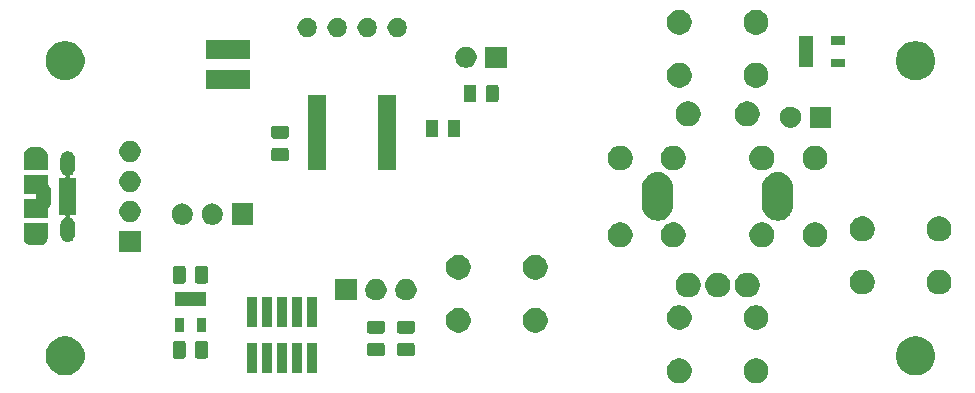
<source format=gbr>
G04 #@! TF.GenerationSoftware,KiCad,Pcbnew,(5.1.5)-3*
G04 #@! TF.CreationDate,2020-06-28T21:27:23-04:00*
G04 #@! TF.ProjectId,V0_Display,56305f44-6973-4706-9c61-792e6b696361,rev?*
G04 #@! TF.SameCoordinates,Original*
G04 #@! TF.FileFunction,Soldermask,Bot*
G04 #@! TF.FilePolarity,Negative*
%FSLAX46Y46*%
G04 Gerber Fmt 4.6, Leading zero omitted, Abs format (unit mm)*
G04 Created by KiCad (PCBNEW (5.1.5)-3) date 2020-06-28 21:27:23*
%MOMM*%
%LPD*%
G04 APERTURE LIST*
%ADD10C,0.100000*%
G04 APERTURE END LIST*
D10*
G36*
X147976564Y-80889389D02*
G01*
X148167833Y-80968615D01*
X148167835Y-80968616D01*
X148339973Y-81083635D01*
X148486365Y-81230027D01*
X148601385Y-81402167D01*
X148680611Y-81593436D01*
X148721000Y-81796484D01*
X148721000Y-82003516D01*
X148680611Y-82206564D01*
X148641494Y-82301000D01*
X148601384Y-82397835D01*
X148486365Y-82569973D01*
X148339973Y-82716365D01*
X148167835Y-82831384D01*
X148167834Y-82831385D01*
X148167833Y-82831385D01*
X147976564Y-82910611D01*
X147773516Y-82951000D01*
X147566484Y-82951000D01*
X147363436Y-82910611D01*
X147172167Y-82831385D01*
X147172166Y-82831385D01*
X147172165Y-82831384D01*
X147000027Y-82716365D01*
X146853635Y-82569973D01*
X146738616Y-82397835D01*
X146698506Y-82301000D01*
X146659389Y-82206564D01*
X146619000Y-82003516D01*
X146619000Y-81796484D01*
X146659389Y-81593436D01*
X146738615Y-81402167D01*
X146853635Y-81230027D01*
X147000027Y-81083635D01*
X147172165Y-80968616D01*
X147172167Y-80968615D01*
X147363436Y-80889389D01*
X147566484Y-80849000D01*
X147773516Y-80849000D01*
X147976564Y-80889389D01*
G37*
G36*
X141476564Y-80889389D02*
G01*
X141667833Y-80968615D01*
X141667835Y-80968616D01*
X141839973Y-81083635D01*
X141986365Y-81230027D01*
X142101385Y-81402167D01*
X142180611Y-81593436D01*
X142221000Y-81796484D01*
X142221000Y-82003516D01*
X142180611Y-82206564D01*
X142141494Y-82301000D01*
X142101384Y-82397835D01*
X141986365Y-82569973D01*
X141839973Y-82716365D01*
X141667835Y-82831384D01*
X141667834Y-82831385D01*
X141667833Y-82831385D01*
X141476564Y-82910611D01*
X141273516Y-82951000D01*
X141066484Y-82951000D01*
X140863436Y-82910611D01*
X140672167Y-82831385D01*
X140672166Y-82831385D01*
X140672165Y-82831384D01*
X140500027Y-82716365D01*
X140353635Y-82569973D01*
X140238616Y-82397835D01*
X140198506Y-82301000D01*
X140159389Y-82206564D01*
X140119000Y-82003516D01*
X140119000Y-81796484D01*
X140159389Y-81593436D01*
X140238615Y-81402167D01*
X140353635Y-81230027D01*
X140500027Y-81083635D01*
X140672165Y-80968616D01*
X140672167Y-80968615D01*
X140863436Y-80889389D01*
X141066484Y-80849000D01*
X141273516Y-80849000D01*
X141476564Y-80889389D01*
G37*
G36*
X161545256Y-79041298D02*
G01*
X161651579Y-79062447D01*
X161952042Y-79186903D01*
X162222451Y-79367585D01*
X162452415Y-79597549D01*
X162539387Y-79727712D01*
X162633098Y-79867960D01*
X162757553Y-80168422D01*
X162821000Y-80487389D01*
X162821000Y-80812611D01*
X162757553Y-81131578D01*
X162645473Y-81402165D01*
X162633097Y-81432042D01*
X162452415Y-81702451D01*
X162222451Y-81932415D01*
X161952042Y-82113097D01*
X161651579Y-82237553D01*
X161545256Y-82258702D01*
X161332611Y-82301000D01*
X161007389Y-82301000D01*
X160794744Y-82258702D01*
X160688421Y-82237553D01*
X160387958Y-82113097D01*
X160117549Y-81932415D01*
X159887585Y-81702451D01*
X159706903Y-81432042D01*
X159694528Y-81402165D01*
X159582447Y-81131578D01*
X159519000Y-80812611D01*
X159519000Y-80487389D01*
X159582447Y-80168422D01*
X159706902Y-79867960D01*
X159800613Y-79727712D01*
X159887585Y-79597549D01*
X160117549Y-79367585D01*
X160387958Y-79186903D01*
X160688421Y-79062447D01*
X160794744Y-79041298D01*
X161007389Y-78999000D01*
X161332611Y-78999000D01*
X161545256Y-79041298D01*
G37*
G36*
X89545256Y-79041298D02*
G01*
X89651579Y-79062447D01*
X89952042Y-79186903D01*
X90222451Y-79367585D01*
X90452415Y-79597549D01*
X90539387Y-79727712D01*
X90633098Y-79867960D01*
X90757553Y-80168422D01*
X90821000Y-80487389D01*
X90821000Y-80812611D01*
X90757553Y-81131578D01*
X90645473Y-81402165D01*
X90633097Y-81432042D01*
X90452415Y-81702451D01*
X90222451Y-81932415D01*
X89952042Y-82113097D01*
X89651579Y-82237553D01*
X89545256Y-82258702D01*
X89332611Y-82301000D01*
X89007389Y-82301000D01*
X88794744Y-82258702D01*
X88688421Y-82237553D01*
X88387958Y-82113097D01*
X88117549Y-81932415D01*
X87887585Y-81702451D01*
X87706903Y-81432042D01*
X87694528Y-81402165D01*
X87582447Y-81131578D01*
X87519000Y-80812611D01*
X87519000Y-80487389D01*
X87582447Y-80168422D01*
X87706902Y-79867960D01*
X87800613Y-79727712D01*
X87887585Y-79597549D01*
X88117549Y-79367585D01*
X88387958Y-79186903D01*
X88688421Y-79062447D01*
X88794744Y-79041298D01*
X89007389Y-78999000D01*
X89332611Y-78999000D01*
X89545256Y-79041298D01*
G37*
G36*
X109261000Y-82101000D02*
G01*
X108419000Y-82101000D01*
X108419000Y-79599000D01*
X109261000Y-79599000D01*
X109261000Y-82101000D01*
G37*
G36*
X107991000Y-82101000D02*
G01*
X107149000Y-82101000D01*
X107149000Y-79599000D01*
X107991000Y-79599000D01*
X107991000Y-82101000D01*
G37*
G36*
X106721000Y-82101000D02*
G01*
X105879000Y-82101000D01*
X105879000Y-79599000D01*
X106721000Y-79599000D01*
X106721000Y-82101000D01*
G37*
G36*
X105451000Y-82101000D02*
G01*
X104609000Y-82101000D01*
X104609000Y-79599000D01*
X105451000Y-79599000D01*
X105451000Y-82101000D01*
G37*
G36*
X110531000Y-82101000D02*
G01*
X109689000Y-82101000D01*
X109689000Y-79599000D01*
X110531000Y-79599000D01*
X110531000Y-82101000D01*
G37*
G36*
X101084468Y-79383565D02*
G01*
X101123138Y-79395296D01*
X101158777Y-79414346D01*
X101190017Y-79439983D01*
X101215654Y-79471223D01*
X101234704Y-79506862D01*
X101246435Y-79545532D01*
X101251000Y-79591888D01*
X101251000Y-80668112D01*
X101246435Y-80714468D01*
X101234704Y-80753138D01*
X101215654Y-80788777D01*
X101190017Y-80820017D01*
X101158777Y-80845654D01*
X101123138Y-80864704D01*
X101084468Y-80876435D01*
X101038112Y-80881000D01*
X100386888Y-80881000D01*
X100340532Y-80876435D01*
X100301862Y-80864704D01*
X100266223Y-80845654D01*
X100234983Y-80820017D01*
X100209346Y-80788777D01*
X100190296Y-80753138D01*
X100178565Y-80714468D01*
X100174000Y-80668112D01*
X100174000Y-79591888D01*
X100178565Y-79545532D01*
X100190296Y-79506862D01*
X100209346Y-79471223D01*
X100234983Y-79439983D01*
X100266223Y-79414346D01*
X100301862Y-79395296D01*
X100340532Y-79383565D01*
X100386888Y-79379000D01*
X101038112Y-79379000D01*
X101084468Y-79383565D01*
G37*
G36*
X99209468Y-79383565D02*
G01*
X99248138Y-79395296D01*
X99283777Y-79414346D01*
X99315017Y-79439983D01*
X99340654Y-79471223D01*
X99359704Y-79506862D01*
X99371435Y-79545532D01*
X99376000Y-79591888D01*
X99376000Y-80668112D01*
X99371435Y-80714468D01*
X99359704Y-80753138D01*
X99340654Y-80788777D01*
X99315017Y-80820017D01*
X99283777Y-80845654D01*
X99248138Y-80864704D01*
X99209468Y-80876435D01*
X99163112Y-80881000D01*
X98511888Y-80881000D01*
X98465532Y-80876435D01*
X98426862Y-80864704D01*
X98391223Y-80845654D01*
X98359983Y-80820017D01*
X98334346Y-80788777D01*
X98315296Y-80753138D01*
X98303565Y-80714468D01*
X98299000Y-80668112D01*
X98299000Y-79591888D01*
X98303565Y-79545532D01*
X98315296Y-79506862D01*
X98334346Y-79471223D01*
X98359983Y-79439983D01*
X98391223Y-79414346D01*
X98426862Y-79395296D01*
X98465532Y-79383565D01*
X98511888Y-79379000D01*
X99163112Y-79379000D01*
X99209468Y-79383565D01*
G37*
G36*
X116074468Y-79566065D02*
G01*
X116113138Y-79577796D01*
X116148777Y-79596846D01*
X116180017Y-79622483D01*
X116205654Y-79653723D01*
X116224704Y-79689362D01*
X116236435Y-79728032D01*
X116241000Y-79774388D01*
X116241000Y-80425612D01*
X116236435Y-80471968D01*
X116224704Y-80510638D01*
X116205654Y-80546277D01*
X116180017Y-80577517D01*
X116148777Y-80603154D01*
X116113138Y-80622204D01*
X116074468Y-80633935D01*
X116028112Y-80638500D01*
X114951888Y-80638500D01*
X114905532Y-80633935D01*
X114866862Y-80622204D01*
X114831223Y-80603154D01*
X114799983Y-80577517D01*
X114774346Y-80546277D01*
X114755296Y-80510638D01*
X114743565Y-80471968D01*
X114739000Y-80425612D01*
X114739000Y-79774388D01*
X114743565Y-79728032D01*
X114755296Y-79689362D01*
X114774346Y-79653723D01*
X114799983Y-79622483D01*
X114831223Y-79596846D01*
X114866862Y-79577796D01*
X114905532Y-79566065D01*
X114951888Y-79561500D01*
X116028112Y-79561500D01*
X116074468Y-79566065D01*
G37*
G36*
X118614468Y-79566065D02*
G01*
X118653138Y-79577796D01*
X118688777Y-79596846D01*
X118720017Y-79622483D01*
X118745654Y-79653723D01*
X118764704Y-79689362D01*
X118776435Y-79728032D01*
X118781000Y-79774388D01*
X118781000Y-80425612D01*
X118776435Y-80471968D01*
X118764704Y-80510638D01*
X118745654Y-80546277D01*
X118720017Y-80577517D01*
X118688777Y-80603154D01*
X118653138Y-80622204D01*
X118614468Y-80633935D01*
X118568112Y-80638500D01*
X117491888Y-80638500D01*
X117445532Y-80633935D01*
X117406862Y-80622204D01*
X117371223Y-80603154D01*
X117339983Y-80577517D01*
X117314346Y-80546277D01*
X117295296Y-80510638D01*
X117283565Y-80471968D01*
X117279000Y-80425612D01*
X117279000Y-79774388D01*
X117283565Y-79728032D01*
X117295296Y-79689362D01*
X117314346Y-79653723D01*
X117339983Y-79622483D01*
X117371223Y-79596846D01*
X117406862Y-79577796D01*
X117445532Y-79566065D01*
X117491888Y-79561500D01*
X118568112Y-79561500D01*
X118614468Y-79566065D01*
G37*
G36*
X118614468Y-77691065D02*
G01*
X118653138Y-77702796D01*
X118688777Y-77721846D01*
X118720017Y-77747483D01*
X118745654Y-77778723D01*
X118764704Y-77814362D01*
X118776435Y-77853032D01*
X118781000Y-77899388D01*
X118781000Y-78550612D01*
X118776435Y-78596968D01*
X118764704Y-78635638D01*
X118745654Y-78671277D01*
X118720017Y-78702517D01*
X118688777Y-78728154D01*
X118653138Y-78747204D01*
X118614468Y-78758935D01*
X118568112Y-78763500D01*
X117491888Y-78763500D01*
X117445532Y-78758935D01*
X117406862Y-78747204D01*
X117371223Y-78728154D01*
X117339983Y-78702517D01*
X117314346Y-78671277D01*
X117295296Y-78635638D01*
X117283565Y-78596968D01*
X117279000Y-78550612D01*
X117279000Y-77899388D01*
X117283565Y-77853032D01*
X117295296Y-77814362D01*
X117314346Y-77778723D01*
X117339983Y-77747483D01*
X117371223Y-77721846D01*
X117406862Y-77702796D01*
X117445532Y-77691065D01*
X117491888Y-77686500D01*
X118568112Y-77686500D01*
X118614468Y-77691065D01*
G37*
G36*
X116074468Y-77691065D02*
G01*
X116113138Y-77702796D01*
X116148777Y-77721846D01*
X116180017Y-77747483D01*
X116205654Y-77778723D01*
X116224704Y-77814362D01*
X116236435Y-77853032D01*
X116241000Y-77899388D01*
X116241000Y-78550612D01*
X116236435Y-78596968D01*
X116224704Y-78635638D01*
X116205654Y-78671277D01*
X116180017Y-78702517D01*
X116148777Y-78728154D01*
X116113138Y-78747204D01*
X116074468Y-78758935D01*
X116028112Y-78763500D01*
X114951888Y-78763500D01*
X114905532Y-78758935D01*
X114866862Y-78747204D01*
X114831223Y-78728154D01*
X114799983Y-78702517D01*
X114774346Y-78671277D01*
X114755296Y-78635638D01*
X114743565Y-78596968D01*
X114739000Y-78550612D01*
X114739000Y-77899388D01*
X114743565Y-77853032D01*
X114755296Y-77814362D01*
X114774346Y-77778723D01*
X114799983Y-77747483D01*
X114831223Y-77721846D01*
X114866862Y-77702796D01*
X114905532Y-77691065D01*
X114951888Y-77686500D01*
X116028112Y-77686500D01*
X116074468Y-77691065D01*
G37*
G36*
X122781564Y-76634389D02*
G01*
X122972833Y-76713615D01*
X122972835Y-76713616D01*
X123144973Y-76828635D01*
X123291365Y-76975027D01*
X123406385Y-77147167D01*
X123485611Y-77338436D01*
X123526000Y-77541484D01*
X123526000Y-77748516D01*
X123485611Y-77951564D01*
X123406385Y-78142833D01*
X123406384Y-78142835D01*
X123291365Y-78314973D01*
X123144973Y-78461365D01*
X122972835Y-78576384D01*
X122972834Y-78576385D01*
X122972833Y-78576385D01*
X122781564Y-78655611D01*
X122578516Y-78696000D01*
X122371484Y-78696000D01*
X122168436Y-78655611D01*
X121977167Y-78576385D01*
X121977166Y-78576385D01*
X121977165Y-78576384D01*
X121805027Y-78461365D01*
X121658635Y-78314973D01*
X121543616Y-78142835D01*
X121543615Y-78142833D01*
X121464389Y-77951564D01*
X121424000Y-77748516D01*
X121424000Y-77541484D01*
X121464389Y-77338436D01*
X121543615Y-77147167D01*
X121658635Y-76975027D01*
X121805027Y-76828635D01*
X121977165Y-76713616D01*
X121977167Y-76713615D01*
X122168436Y-76634389D01*
X122371484Y-76594000D01*
X122578516Y-76594000D01*
X122781564Y-76634389D01*
G37*
G36*
X129281564Y-76634389D02*
G01*
X129472833Y-76713615D01*
X129472835Y-76713616D01*
X129644973Y-76828635D01*
X129791365Y-76975027D01*
X129906385Y-77147167D01*
X129985611Y-77338436D01*
X130026000Y-77541484D01*
X130026000Y-77748516D01*
X129985611Y-77951564D01*
X129906385Y-78142833D01*
X129906384Y-78142835D01*
X129791365Y-78314973D01*
X129644973Y-78461365D01*
X129472835Y-78576384D01*
X129472834Y-78576385D01*
X129472833Y-78576385D01*
X129281564Y-78655611D01*
X129078516Y-78696000D01*
X128871484Y-78696000D01*
X128668436Y-78655611D01*
X128477167Y-78576385D01*
X128477166Y-78576385D01*
X128477165Y-78576384D01*
X128305027Y-78461365D01*
X128158635Y-78314973D01*
X128043616Y-78142835D01*
X128043615Y-78142833D01*
X127964389Y-77951564D01*
X127924000Y-77748516D01*
X127924000Y-77541484D01*
X127964389Y-77338436D01*
X128043615Y-77147167D01*
X128158635Y-76975027D01*
X128305027Y-76828635D01*
X128477165Y-76713616D01*
X128477167Y-76713615D01*
X128668436Y-76634389D01*
X128871484Y-76594000D01*
X129078516Y-76594000D01*
X129281564Y-76634389D01*
G37*
G36*
X101101000Y-78636000D02*
G01*
X100349000Y-78636000D01*
X100349000Y-77474000D01*
X101101000Y-77474000D01*
X101101000Y-78636000D01*
G37*
G36*
X99201000Y-78636000D02*
G01*
X98449000Y-78636000D01*
X98449000Y-77474000D01*
X99201000Y-77474000D01*
X99201000Y-78636000D01*
G37*
G36*
X147976564Y-76389389D02*
G01*
X148167833Y-76468615D01*
X148167835Y-76468616D01*
X148339973Y-76583635D01*
X148486365Y-76730027D01*
X148601385Y-76902167D01*
X148680611Y-77093436D01*
X148721000Y-77296484D01*
X148721000Y-77503516D01*
X148680611Y-77706564D01*
X148619942Y-77853032D01*
X148601384Y-77897835D01*
X148486365Y-78069973D01*
X148339973Y-78216365D01*
X148167835Y-78331384D01*
X148167834Y-78331385D01*
X148167833Y-78331385D01*
X147976564Y-78410611D01*
X147773516Y-78451000D01*
X147566484Y-78451000D01*
X147363436Y-78410611D01*
X147172167Y-78331385D01*
X147172166Y-78331385D01*
X147172165Y-78331384D01*
X147000027Y-78216365D01*
X146853635Y-78069973D01*
X146738616Y-77897835D01*
X146720058Y-77853032D01*
X146659389Y-77706564D01*
X146619000Y-77503516D01*
X146619000Y-77296484D01*
X146659389Y-77093436D01*
X146738615Y-76902167D01*
X146853635Y-76730027D01*
X147000027Y-76583635D01*
X147172165Y-76468616D01*
X147172167Y-76468615D01*
X147363436Y-76389389D01*
X147566484Y-76349000D01*
X147773516Y-76349000D01*
X147976564Y-76389389D01*
G37*
G36*
X141476564Y-76389389D02*
G01*
X141667833Y-76468615D01*
X141667835Y-76468616D01*
X141839973Y-76583635D01*
X141986365Y-76730027D01*
X142101385Y-76902167D01*
X142180611Y-77093436D01*
X142221000Y-77296484D01*
X142221000Y-77503516D01*
X142180611Y-77706564D01*
X142119942Y-77853032D01*
X142101384Y-77897835D01*
X141986365Y-78069973D01*
X141839973Y-78216365D01*
X141667835Y-78331384D01*
X141667834Y-78331385D01*
X141667833Y-78331385D01*
X141476564Y-78410611D01*
X141273516Y-78451000D01*
X141066484Y-78451000D01*
X140863436Y-78410611D01*
X140672167Y-78331385D01*
X140672166Y-78331385D01*
X140672165Y-78331384D01*
X140500027Y-78216365D01*
X140353635Y-78069973D01*
X140238616Y-77897835D01*
X140220058Y-77853032D01*
X140159389Y-77706564D01*
X140119000Y-77503516D01*
X140119000Y-77296484D01*
X140159389Y-77093436D01*
X140238615Y-76902167D01*
X140353635Y-76730027D01*
X140500027Y-76583635D01*
X140672165Y-76468616D01*
X140672167Y-76468615D01*
X140863436Y-76389389D01*
X141066484Y-76349000D01*
X141273516Y-76349000D01*
X141476564Y-76389389D01*
G37*
G36*
X106721000Y-78201000D02*
G01*
X105879000Y-78201000D01*
X105879000Y-75699000D01*
X106721000Y-75699000D01*
X106721000Y-78201000D01*
G37*
G36*
X107991000Y-78201000D02*
G01*
X107149000Y-78201000D01*
X107149000Y-75699000D01*
X107991000Y-75699000D01*
X107991000Y-78201000D01*
G37*
G36*
X110531000Y-78201000D02*
G01*
X109689000Y-78201000D01*
X109689000Y-75699000D01*
X110531000Y-75699000D01*
X110531000Y-78201000D01*
G37*
G36*
X105451000Y-78201000D02*
G01*
X104609000Y-78201000D01*
X104609000Y-75699000D01*
X105451000Y-75699000D01*
X105451000Y-78201000D01*
G37*
G36*
X109261000Y-78201000D02*
G01*
X108419000Y-78201000D01*
X108419000Y-75699000D01*
X109261000Y-75699000D01*
X109261000Y-78201000D01*
G37*
G36*
X101101000Y-76436000D02*
G01*
X98449000Y-76436000D01*
X98449000Y-75274000D01*
X101101000Y-75274000D01*
X101101000Y-76436000D01*
G37*
G36*
X115594653Y-74152165D02*
G01*
X115752812Y-74183624D01*
X115916784Y-74251544D01*
X116064354Y-74350147D01*
X116189853Y-74475646D01*
X116288456Y-74623216D01*
X116356376Y-74787188D01*
X116391000Y-74961259D01*
X116391000Y-75138741D01*
X116356376Y-75312812D01*
X116288456Y-75476784D01*
X116189853Y-75624354D01*
X116064354Y-75749853D01*
X115916784Y-75848456D01*
X115752812Y-75916376D01*
X115603512Y-75946073D01*
X115578742Y-75951000D01*
X115401258Y-75951000D01*
X115376488Y-75946073D01*
X115227188Y-75916376D01*
X115063216Y-75848456D01*
X114915646Y-75749853D01*
X114790147Y-75624354D01*
X114691544Y-75476784D01*
X114623624Y-75312812D01*
X114589000Y-75138741D01*
X114589000Y-74961259D01*
X114623624Y-74787188D01*
X114691544Y-74623216D01*
X114790147Y-74475646D01*
X114915646Y-74350147D01*
X115063216Y-74251544D01*
X115227188Y-74183624D01*
X115385347Y-74152165D01*
X115401258Y-74149000D01*
X115578742Y-74149000D01*
X115594653Y-74152165D01*
G37*
G36*
X118134653Y-74152165D02*
G01*
X118292812Y-74183624D01*
X118456784Y-74251544D01*
X118604354Y-74350147D01*
X118729853Y-74475646D01*
X118828456Y-74623216D01*
X118896376Y-74787188D01*
X118931000Y-74961259D01*
X118931000Y-75138741D01*
X118896376Y-75312812D01*
X118828456Y-75476784D01*
X118729853Y-75624354D01*
X118604354Y-75749853D01*
X118456784Y-75848456D01*
X118292812Y-75916376D01*
X118143512Y-75946073D01*
X118118742Y-75951000D01*
X117941258Y-75951000D01*
X117916488Y-75946073D01*
X117767188Y-75916376D01*
X117603216Y-75848456D01*
X117455646Y-75749853D01*
X117330147Y-75624354D01*
X117231544Y-75476784D01*
X117163624Y-75312812D01*
X117129000Y-75138741D01*
X117129000Y-74961259D01*
X117163624Y-74787188D01*
X117231544Y-74623216D01*
X117330147Y-74475646D01*
X117455646Y-74350147D01*
X117603216Y-74251544D01*
X117767188Y-74183624D01*
X117925347Y-74152165D01*
X117941258Y-74149000D01*
X118118742Y-74149000D01*
X118134653Y-74152165D01*
G37*
G36*
X113851000Y-75951000D02*
G01*
X112049000Y-75951000D01*
X112049000Y-74149000D01*
X113851000Y-74149000D01*
X113851000Y-75951000D01*
G37*
G36*
X144726564Y-73639389D02*
G01*
X144917833Y-73718615D01*
X144917835Y-73718616D01*
X145089973Y-73833635D01*
X145236365Y-73980027D01*
X145312143Y-74093436D01*
X145351385Y-74152167D01*
X145430611Y-74343436D01*
X145471000Y-74546484D01*
X145471000Y-74753516D01*
X145430611Y-74956564D01*
X145351385Y-75147833D01*
X145351384Y-75147835D01*
X145236365Y-75319973D01*
X145089973Y-75466365D01*
X144917835Y-75581384D01*
X144917834Y-75581385D01*
X144917833Y-75581385D01*
X144726564Y-75660611D01*
X144523516Y-75701000D01*
X144316484Y-75701000D01*
X144113436Y-75660611D01*
X143922167Y-75581385D01*
X143922166Y-75581385D01*
X143922165Y-75581384D01*
X143750027Y-75466365D01*
X143603635Y-75319973D01*
X143488616Y-75147835D01*
X143488615Y-75147833D01*
X143409389Y-74956564D01*
X143369000Y-74753516D01*
X143369000Y-74546484D01*
X143409389Y-74343436D01*
X143488615Y-74152167D01*
X143527858Y-74093436D01*
X143603635Y-73980027D01*
X143750027Y-73833635D01*
X143922165Y-73718616D01*
X143922167Y-73718615D01*
X144113436Y-73639389D01*
X144316484Y-73599000D01*
X144523516Y-73599000D01*
X144726564Y-73639389D01*
G37*
G36*
X142226564Y-73639389D02*
G01*
X142417833Y-73718615D01*
X142417835Y-73718616D01*
X142589973Y-73833635D01*
X142736365Y-73980027D01*
X142812143Y-74093436D01*
X142851385Y-74152167D01*
X142930611Y-74343436D01*
X142971000Y-74546484D01*
X142971000Y-74753516D01*
X142930611Y-74956564D01*
X142851385Y-75147833D01*
X142851384Y-75147835D01*
X142736365Y-75319973D01*
X142589973Y-75466365D01*
X142417835Y-75581384D01*
X142417834Y-75581385D01*
X142417833Y-75581385D01*
X142226564Y-75660611D01*
X142023516Y-75701000D01*
X141816484Y-75701000D01*
X141613436Y-75660611D01*
X141422167Y-75581385D01*
X141422166Y-75581385D01*
X141422165Y-75581384D01*
X141250027Y-75466365D01*
X141103635Y-75319973D01*
X140988616Y-75147835D01*
X140988615Y-75147833D01*
X140909389Y-74956564D01*
X140869000Y-74753516D01*
X140869000Y-74546484D01*
X140909389Y-74343436D01*
X140988615Y-74152167D01*
X141027858Y-74093436D01*
X141103635Y-73980027D01*
X141250027Y-73833635D01*
X141422165Y-73718616D01*
X141422167Y-73718615D01*
X141613436Y-73639389D01*
X141816484Y-73599000D01*
X142023516Y-73599000D01*
X142226564Y-73639389D01*
G37*
G36*
X147226564Y-73639389D02*
G01*
X147417833Y-73718615D01*
X147417835Y-73718616D01*
X147589973Y-73833635D01*
X147736365Y-73980027D01*
X147812143Y-74093436D01*
X147851385Y-74152167D01*
X147930611Y-74343436D01*
X147971000Y-74546484D01*
X147971000Y-74753516D01*
X147930611Y-74956564D01*
X147851385Y-75147833D01*
X147851384Y-75147835D01*
X147736365Y-75319973D01*
X147589973Y-75466365D01*
X147417835Y-75581384D01*
X147417834Y-75581385D01*
X147417833Y-75581385D01*
X147226564Y-75660611D01*
X147023516Y-75701000D01*
X146816484Y-75701000D01*
X146613436Y-75660611D01*
X146422167Y-75581385D01*
X146422166Y-75581385D01*
X146422165Y-75581384D01*
X146250027Y-75466365D01*
X146103635Y-75319973D01*
X145988616Y-75147835D01*
X145988615Y-75147833D01*
X145909389Y-74956564D01*
X145869000Y-74753516D01*
X145869000Y-74546484D01*
X145909389Y-74343436D01*
X145988615Y-74152167D01*
X146027858Y-74093436D01*
X146103635Y-73980027D01*
X146250027Y-73833635D01*
X146422165Y-73718616D01*
X146422167Y-73718615D01*
X146613436Y-73639389D01*
X146816484Y-73599000D01*
X147023516Y-73599000D01*
X147226564Y-73639389D01*
G37*
G36*
X156976564Y-73389389D02*
G01*
X157167833Y-73468615D01*
X157167835Y-73468616D01*
X157339973Y-73583635D01*
X157486365Y-73730027D01*
X157555594Y-73833635D01*
X157601385Y-73902167D01*
X157680611Y-74093436D01*
X157721000Y-74296484D01*
X157721000Y-74503516D01*
X157680611Y-74706564D01*
X157647215Y-74787189D01*
X157601384Y-74897835D01*
X157486365Y-75069973D01*
X157339973Y-75216365D01*
X157167835Y-75331384D01*
X157167834Y-75331385D01*
X157167833Y-75331385D01*
X156976564Y-75410611D01*
X156773516Y-75451000D01*
X156566484Y-75451000D01*
X156363436Y-75410611D01*
X156172167Y-75331385D01*
X156172166Y-75331385D01*
X156172165Y-75331384D01*
X156000027Y-75216365D01*
X155853635Y-75069973D01*
X155738616Y-74897835D01*
X155692785Y-74787189D01*
X155659389Y-74706564D01*
X155619000Y-74503516D01*
X155619000Y-74296484D01*
X155659389Y-74093436D01*
X155738615Y-73902167D01*
X155784407Y-73833635D01*
X155853635Y-73730027D01*
X156000027Y-73583635D01*
X156172165Y-73468616D01*
X156172167Y-73468615D01*
X156363436Y-73389389D01*
X156566484Y-73349000D01*
X156773516Y-73349000D01*
X156976564Y-73389389D01*
G37*
G36*
X163476564Y-73389389D02*
G01*
X163667833Y-73468615D01*
X163667835Y-73468616D01*
X163839973Y-73583635D01*
X163986365Y-73730027D01*
X164055594Y-73833635D01*
X164101385Y-73902167D01*
X164180611Y-74093436D01*
X164221000Y-74296484D01*
X164221000Y-74503516D01*
X164180611Y-74706564D01*
X164147215Y-74787189D01*
X164101384Y-74897835D01*
X163986365Y-75069973D01*
X163839973Y-75216365D01*
X163667835Y-75331384D01*
X163667834Y-75331385D01*
X163667833Y-75331385D01*
X163476564Y-75410611D01*
X163273516Y-75451000D01*
X163066484Y-75451000D01*
X162863436Y-75410611D01*
X162672167Y-75331385D01*
X162672166Y-75331385D01*
X162672165Y-75331384D01*
X162500027Y-75216365D01*
X162353635Y-75069973D01*
X162238616Y-74897835D01*
X162192785Y-74787189D01*
X162159389Y-74706564D01*
X162119000Y-74503516D01*
X162119000Y-74296484D01*
X162159389Y-74093436D01*
X162238615Y-73902167D01*
X162284407Y-73833635D01*
X162353635Y-73730027D01*
X162500027Y-73583635D01*
X162672165Y-73468616D01*
X162672167Y-73468615D01*
X162863436Y-73389389D01*
X163066484Y-73349000D01*
X163273516Y-73349000D01*
X163476564Y-73389389D01*
G37*
G36*
X101084468Y-73033565D02*
G01*
X101123138Y-73045296D01*
X101158777Y-73064346D01*
X101190017Y-73089983D01*
X101215654Y-73121223D01*
X101234704Y-73156862D01*
X101246435Y-73195532D01*
X101251000Y-73241888D01*
X101251000Y-74318112D01*
X101246435Y-74364468D01*
X101234704Y-74403138D01*
X101215654Y-74438777D01*
X101190017Y-74470017D01*
X101158777Y-74495654D01*
X101123138Y-74514704D01*
X101084468Y-74526435D01*
X101038112Y-74531000D01*
X100386888Y-74531000D01*
X100340532Y-74526435D01*
X100301862Y-74514704D01*
X100266223Y-74495654D01*
X100234983Y-74470017D01*
X100209346Y-74438777D01*
X100190296Y-74403138D01*
X100178565Y-74364468D01*
X100174000Y-74318112D01*
X100174000Y-73241888D01*
X100178565Y-73195532D01*
X100190296Y-73156862D01*
X100209346Y-73121223D01*
X100234983Y-73089983D01*
X100266223Y-73064346D01*
X100301862Y-73045296D01*
X100340532Y-73033565D01*
X100386888Y-73029000D01*
X101038112Y-73029000D01*
X101084468Y-73033565D01*
G37*
G36*
X99209468Y-73033565D02*
G01*
X99248138Y-73045296D01*
X99283777Y-73064346D01*
X99315017Y-73089983D01*
X99340654Y-73121223D01*
X99359704Y-73156862D01*
X99371435Y-73195532D01*
X99376000Y-73241888D01*
X99376000Y-74318112D01*
X99371435Y-74364468D01*
X99359704Y-74403138D01*
X99340654Y-74438777D01*
X99315017Y-74470017D01*
X99283777Y-74495654D01*
X99248138Y-74514704D01*
X99209468Y-74526435D01*
X99163112Y-74531000D01*
X98511888Y-74531000D01*
X98465532Y-74526435D01*
X98426862Y-74514704D01*
X98391223Y-74495654D01*
X98359983Y-74470017D01*
X98334346Y-74438777D01*
X98315296Y-74403138D01*
X98303565Y-74364468D01*
X98299000Y-74318112D01*
X98299000Y-73241888D01*
X98303565Y-73195532D01*
X98315296Y-73156862D01*
X98334346Y-73121223D01*
X98359983Y-73089983D01*
X98391223Y-73064346D01*
X98426862Y-73045296D01*
X98465532Y-73033565D01*
X98511888Y-73029000D01*
X99163112Y-73029000D01*
X99209468Y-73033565D01*
G37*
G36*
X122781564Y-72134389D02*
G01*
X122972833Y-72213615D01*
X122972835Y-72213616D01*
X123144973Y-72328635D01*
X123291365Y-72475027D01*
X123406385Y-72647167D01*
X123485611Y-72838436D01*
X123526000Y-73041484D01*
X123526000Y-73248516D01*
X123485611Y-73451564D01*
X123407811Y-73639390D01*
X123406384Y-73642835D01*
X123291365Y-73814973D01*
X123144973Y-73961365D01*
X122972835Y-74076384D01*
X122972834Y-74076385D01*
X122972833Y-74076385D01*
X122781564Y-74155611D01*
X122578516Y-74196000D01*
X122371484Y-74196000D01*
X122168436Y-74155611D01*
X121977167Y-74076385D01*
X121977166Y-74076385D01*
X121977165Y-74076384D01*
X121805027Y-73961365D01*
X121658635Y-73814973D01*
X121543616Y-73642835D01*
X121542189Y-73639390D01*
X121464389Y-73451564D01*
X121424000Y-73248516D01*
X121424000Y-73041484D01*
X121464389Y-72838436D01*
X121543615Y-72647167D01*
X121658635Y-72475027D01*
X121805027Y-72328635D01*
X121977165Y-72213616D01*
X121977167Y-72213615D01*
X122168436Y-72134389D01*
X122371484Y-72094000D01*
X122578516Y-72094000D01*
X122781564Y-72134389D01*
G37*
G36*
X129281564Y-72134389D02*
G01*
X129472833Y-72213615D01*
X129472835Y-72213616D01*
X129644973Y-72328635D01*
X129791365Y-72475027D01*
X129906385Y-72647167D01*
X129985611Y-72838436D01*
X130026000Y-73041484D01*
X130026000Y-73248516D01*
X129985611Y-73451564D01*
X129907811Y-73639390D01*
X129906384Y-73642835D01*
X129791365Y-73814973D01*
X129644973Y-73961365D01*
X129472835Y-74076384D01*
X129472834Y-74076385D01*
X129472833Y-74076385D01*
X129281564Y-74155611D01*
X129078516Y-74196000D01*
X128871484Y-74196000D01*
X128668436Y-74155611D01*
X128477167Y-74076385D01*
X128477166Y-74076385D01*
X128477165Y-74076384D01*
X128305027Y-73961365D01*
X128158635Y-73814973D01*
X128043616Y-73642835D01*
X128042189Y-73639390D01*
X127964389Y-73451564D01*
X127924000Y-73248516D01*
X127924000Y-73041484D01*
X127964389Y-72838436D01*
X128043615Y-72647167D01*
X128158635Y-72475027D01*
X128305027Y-72328635D01*
X128477165Y-72213616D01*
X128477167Y-72213615D01*
X128668436Y-72134389D01*
X128871484Y-72094000D01*
X129078516Y-72094000D01*
X129281564Y-72134389D01*
G37*
G36*
X95571000Y-71861000D02*
G01*
X93769000Y-71861000D01*
X93769000Y-70059000D01*
X95571000Y-70059000D01*
X95571000Y-71861000D01*
G37*
G36*
X136476564Y-69389389D02*
G01*
X136667833Y-69468615D01*
X136667835Y-69468616D01*
X136839973Y-69583635D01*
X136986365Y-69730027D01*
X137030772Y-69796486D01*
X137101385Y-69902167D01*
X137180611Y-70093436D01*
X137221000Y-70296484D01*
X137221000Y-70503516D01*
X137180611Y-70706564D01*
X137102090Y-70896130D01*
X137101384Y-70897835D01*
X136986365Y-71069973D01*
X136839973Y-71216365D01*
X136667835Y-71331384D01*
X136667834Y-71331385D01*
X136667833Y-71331385D01*
X136476564Y-71410611D01*
X136273516Y-71451000D01*
X136066484Y-71451000D01*
X135863436Y-71410611D01*
X135672167Y-71331385D01*
X135672166Y-71331385D01*
X135672165Y-71331384D01*
X135500027Y-71216365D01*
X135353635Y-71069973D01*
X135238616Y-70897835D01*
X135237910Y-70896130D01*
X135159389Y-70706564D01*
X135119000Y-70503516D01*
X135119000Y-70296484D01*
X135159389Y-70093436D01*
X135238615Y-69902167D01*
X135309229Y-69796486D01*
X135353635Y-69730027D01*
X135500027Y-69583635D01*
X135672165Y-69468616D01*
X135672167Y-69468615D01*
X135863436Y-69389389D01*
X136066484Y-69349000D01*
X136273516Y-69349000D01*
X136476564Y-69389389D01*
G37*
G36*
X140976564Y-69389389D02*
G01*
X141167833Y-69468615D01*
X141167835Y-69468616D01*
X141339973Y-69583635D01*
X141486365Y-69730027D01*
X141530772Y-69796486D01*
X141601385Y-69902167D01*
X141680611Y-70093436D01*
X141721000Y-70296484D01*
X141721000Y-70503516D01*
X141680611Y-70706564D01*
X141602090Y-70896130D01*
X141601384Y-70897835D01*
X141486365Y-71069973D01*
X141339973Y-71216365D01*
X141167835Y-71331384D01*
X141167834Y-71331385D01*
X141167833Y-71331385D01*
X140976564Y-71410611D01*
X140773516Y-71451000D01*
X140566484Y-71451000D01*
X140363436Y-71410611D01*
X140172167Y-71331385D01*
X140172166Y-71331385D01*
X140172165Y-71331384D01*
X140000027Y-71216365D01*
X139853635Y-71069973D01*
X139738616Y-70897835D01*
X139737910Y-70896130D01*
X139659389Y-70706564D01*
X139619000Y-70503516D01*
X139619000Y-70296484D01*
X139659389Y-70093436D01*
X139738615Y-69902167D01*
X139809229Y-69796486D01*
X139853635Y-69730027D01*
X140000027Y-69583635D01*
X140172165Y-69468616D01*
X140172167Y-69468615D01*
X140363436Y-69389389D01*
X140566484Y-69349000D01*
X140773516Y-69349000D01*
X140976564Y-69389389D01*
G37*
G36*
X152976564Y-69389389D02*
G01*
X153167833Y-69468615D01*
X153167835Y-69468616D01*
X153339973Y-69583635D01*
X153486365Y-69730027D01*
X153530772Y-69796486D01*
X153601385Y-69902167D01*
X153680611Y-70093436D01*
X153721000Y-70296484D01*
X153721000Y-70503516D01*
X153680611Y-70706564D01*
X153602090Y-70896130D01*
X153601384Y-70897835D01*
X153486365Y-71069973D01*
X153339973Y-71216365D01*
X153167835Y-71331384D01*
X153167834Y-71331385D01*
X153167833Y-71331385D01*
X152976564Y-71410611D01*
X152773516Y-71451000D01*
X152566484Y-71451000D01*
X152363436Y-71410611D01*
X152172167Y-71331385D01*
X152172166Y-71331385D01*
X152172165Y-71331384D01*
X152000027Y-71216365D01*
X151853635Y-71069973D01*
X151738616Y-70897835D01*
X151737910Y-70896130D01*
X151659389Y-70706564D01*
X151619000Y-70503516D01*
X151619000Y-70296484D01*
X151659389Y-70093436D01*
X151738615Y-69902167D01*
X151809229Y-69796486D01*
X151853635Y-69730027D01*
X152000027Y-69583635D01*
X152172165Y-69468616D01*
X152172167Y-69468615D01*
X152363436Y-69389389D01*
X152566484Y-69349000D01*
X152773516Y-69349000D01*
X152976564Y-69389389D01*
G37*
G36*
X148476564Y-69389389D02*
G01*
X148667833Y-69468615D01*
X148667835Y-69468616D01*
X148839973Y-69583635D01*
X148986365Y-69730027D01*
X149030772Y-69796486D01*
X149101385Y-69902167D01*
X149180611Y-70093436D01*
X149221000Y-70296484D01*
X149221000Y-70503516D01*
X149180611Y-70706564D01*
X149102090Y-70896130D01*
X149101384Y-70897835D01*
X148986365Y-71069973D01*
X148839973Y-71216365D01*
X148667835Y-71331384D01*
X148667834Y-71331385D01*
X148667833Y-71331385D01*
X148476564Y-71410611D01*
X148273516Y-71451000D01*
X148066484Y-71451000D01*
X147863436Y-71410611D01*
X147672167Y-71331385D01*
X147672166Y-71331385D01*
X147672165Y-71331384D01*
X147500027Y-71216365D01*
X147353635Y-71069973D01*
X147238616Y-70897835D01*
X147237910Y-70896130D01*
X147159389Y-70706564D01*
X147119000Y-70503516D01*
X147119000Y-70296484D01*
X147159389Y-70093436D01*
X147238615Y-69902167D01*
X147309229Y-69796486D01*
X147353635Y-69730027D01*
X147500027Y-69583635D01*
X147672165Y-69468616D01*
X147672167Y-69468615D01*
X147863436Y-69389389D01*
X148066484Y-69349000D01*
X148273516Y-69349000D01*
X148476564Y-69389389D01*
G37*
G36*
X87683500Y-70611886D02*
G01*
X87684102Y-70624138D01*
X87686649Y-70650000D01*
X87684102Y-70675862D01*
X87683500Y-70688114D01*
X87683500Y-70761406D01*
X87674543Y-70778164D01*
X87670415Y-70789701D01*
X87660912Y-70821027D01*
X87636854Y-70900336D01*
X87576406Y-71013425D01*
X87495054Y-71112554D01*
X87395925Y-71193906D01*
X87282836Y-71254354D01*
X87250904Y-71264040D01*
X87160118Y-71291580D01*
X87096355Y-71297860D01*
X87064474Y-71301000D01*
X86300526Y-71301000D01*
X86268645Y-71297860D01*
X86204882Y-71291580D01*
X86114096Y-71264040D01*
X86082164Y-71254354D01*
X85969075Y-71193906D01*
X85869946Y-71112554D01*
X85788594Y-71013425D01*
X85728146Y-70900336D01*
X85704088Y-70821027D01*
X85694587Y-70789708D01*
X85685213Y-70767075D01*
X85681500Y-70761518D01*
X85681500Y-70688114D01*
X85680898Y-70675862D01*
X85678351Y-70650000D01*
X85680898Y-70624138D01*
X85681500Y-70611886D01*
X85681500Y-69399000D01*
X87683500Y-69399000D01*
X87683500Y-70611886D01*
G37*
G36*
X89500317Y-63313696D02*
G01*
X89613604Y-63348062D01*
X89718011Y-63403869D01*
X89718013Y-63403870D01*
X89718012Y-63403870D01*
X89809527Y-63478973D01*
X89853804Y-63532925D01*
X89884631Y-63570488D01*
X89940438Y-63674895D01*
X89974804Y-63788182D01*
X89983500Y-63876481D01*
X89983500Y-64835519D01*
X89974804Y-64923818D01*
X89940438Y-65037105D01*
X89884631Y-65141512D01*
X89809527Y-65233027D01*
X89718012Y-65308131D01*
X89613934Y-65363762D01*
X89593560Y-65377375D01*
X89576233Y-65394702D01*
X89562619Y-65415077D01*
X89553241Y-65437716D01*
X89548461Y-65461749D01*
X89548461Y-65486253D01*
X89553241Y-65510286D01*
X89562619Y-65532925D01*
X89576232Y-65553299D01*
X89593559Y-65570626D01*
X89613934Y-65584240D01*
X89636573Y-65593618D01*
X89660606Y-65598398D01*
X89672858Y-65599000D01*
X90108500Y-65599000D01*
X90108500Y-68701000D01*
X89672857Y-68701000D01*
X89648471Y-68703402D01*
X89625022Y-68710515D01*
X89603411Y-68722066D01*
X89584469Y-68737611D01*
X89568924Y-68756553D01*
X89557373Y-68778164D01*
X89550260Y-68801613D01*
X89547858Y-68825999D01*
X89550260Y-68850385D01*
X89557373Y-68873834D01*
X89568924Y-68895445D01*
X89584469Y-68914387D01*
X89603411Y-68929932D01*
X89613933Y-68936238D01*
X89718011Y-68991869D01*
X89718013Y-68991870D01*
X89718012Y-68991870D01*
X89809527Y-69066973D01*
X89852923Y-69119852D01*
X89884631Y-69158488D01*
X89940438Y-69262895D01*
X89974804Y-69376182D01*
X89983500Y-69464481D01*
X89983500Y-70423519D01*
X89974804Y-70511818D01*
X89940438Y-70625105D01*
X89884631Y-70729512D01*
X89809527Y-70821027D01*
X89718012Y-70896131D01*
X89613605Y-70951938D01*
X89500318Y-70986304D01*
X89382500Y-70997907D01*
X89264683Y-70986304D01*
X89151396Y-70951938D01*
X89046989Y-70896131D01*
X88955474Y-70821027D01*
X88880370Y-70729512D01*
X88824563Y-70625105D01*
X88790197Y-70511818D01*
X88781500Y-70423518D01*
X88781500Y-69464482D01*
X88790196Y-69376183D01*
X88824562Y-69262896D01*
X88880369Y-69158489D01*
X88893838Y-69142077D01*
X88955473Y-69066973D01*
X89046987Y-68991870D01*
X89046986Y-68991870D01*
X89046988Y-68991869D01*
X89151066Y-68936238D01*
X89171440Y-68922625D01*
X89188767Y-68905298D01*
X89202381Y-68884923D01*
X89211759Y-68862284D01*
X89216539Y-68838251D01*
X89216539Y-68813747D01*
X89211759Y-68789714D01*
X89202381Y-68767075D01*
X89188768Y-68746701D01*
X89171441Y-68729374D01*
X89151066Y-68715760D01*
X89128427Y-68706382D01*
X89104394Y-68701602D01*
X89092142Y-68701000D01*
X88656500Y-68701000D01*
X88656500Y-65599000D01*
X89092143Y-65599000D01*
X89116529Y-65596598D01*
X89139978Y-65589485D01*
X89161589Y-65577934D01*
X89180531Y-65562389D01*
X89196076Y-65543447D01*
X89207627Y-65521836D01*
X89214740Y-65498387D01*
X89217142Y-65474001D01*
X89214740Y-65449615D01*
X89207627Y-65426166D01*
X89196076Y-65404555D01*
X89180531Y-65385613D01*
X89161589Y-65370068D01*
X89151067Y-65363762D01*
X89046989Y-65308131D01*
X88955474Y-65233027D01*
X88880370Y-65141512D01*
X88824563Y-65037105D01*
X88790197Y-64923818D01*
X88781500Y-64835518D01*
X88781500Y-63876482D01*
X88790196Y-63788183D01*
X88824562Y-63674896D01*
X88880369Y-63570489D01*
X88929776Y-63510286D01*
X88955473Y-63478973D01*
X89046987Y-63403870D01*
X89046986Y-63403870D01*
X89046988Y-63403869D01*
X89151395Y-63348062D01*
X89264682Y-63313696D01*
X89382500Y-63302093D01*
X89500317Y-63313696D01*
G37*
G36*
X163476564Y-68889389D02*
G01*
X163667833Y-68968615D01*
X163667835Y-68968616D01*
X163839973Y-69083635D01*
X163986365Y-69230027D01*
X164084025Y-69376185D01*
X164101385Y-69402167D01*
X164180611Y-69593436D01*
X164221000Y-69796484D01*
X164221000Y-70003516D01*
X164180611Y-70206564D01*
X164143365Y-70296484D01*
X164101384Y-70397835D01*
X163986365Y-70569973D01*
X163839973Y-70716365D01*
X163667835Y-70831384D01*
X163667834Y-70831385D01*
X163667833Y-70831385D01*
X163476564Y-70910611D01*
X163273516Y-70951000D01*
X163066484Y-70951000D01*
X162863436Y-70910611D01*
X162672167Y-70831385D01*
X162672166Y-70831385D01*
X162672165Y-70831384D01*
X162500027Y-70716365D01*
X162353635Y-70569973D01*
X162238616Y-70397835D01*
X162196635Y-70296484D01*
X162159389Y-70206564D01*
X162119000Y-70003516D01*
X162119000Y-69796484D01*
X162159389Y-69593436D01*
X162238615Y-69402167D01*
X162255976Y-69376185D01*
X162353635Y-69230027D01*
X162500027Y-69083635D01*
X162672165Y-68968616D01*
X162672167Y-68968615D01*
X162863436Y-68889389D01*
X163066484Y-68849000D01*
X163273516Y-68849000D01*
X163476564Y-68889389D01*
G37*
G36*
X156976564Y-68889389D02*
G01*
X157167833Y-68968615D01*
X157167835Y-68968616D01*
X157339973Y-69083635D01*
X157486365Y-69230027D01*
X157584025Y-69376185D01*
X157601385Y-69402167D01*
X157680611Y-69593436D01*
X157721000Y-69796484D01*
X157721000Y-70003516D01*
X157680611Y-70206564D01*
X157643365Y-70296484D01*
X157601384Y-70397835D01*
X157486365Y-70569973D01*
X157339973Y-70716365D01*
X157167835Y-70831384D01*
X157167834Y-70831385D01*
X157167833Y-70831385D01*
X156976564Y-70910611D01*
X156773516Y-70951000D01*
X156566484Y-70951000D01*
X156363436Y-70910611D01*
X156172167Y-70831385D01*
X156172166Y-70831385D01*
X156172165Y-70831384D01*
X156000027Y-70716365D01*
X155853635Y-70569973D01*
X155738616Y-70397835D01*
X155696635Y-70296484D01*
X155659389Y-70206564D01*
X155619000Y-70003516D01*
X155619000Y-69796484D01*
X155659389Y-69593436D01*
X155738615Y-69402167D01*
X155755976Y-69376185D01*
X155853635Y-69230027D01*
X156000027Y-69083635D01*
X156172165Y-68968616D01*
X156172167Y-68968615D01*
X156363436Y-68889389D01*
X156566484Y-68849000D01*
X156773516Y-68849000D01*
X156976564Y-68889389D01*
G37*
G36*
X101743512Y-67753927D02*
G01*
X101892812Y-67783624D01*
X102056784Y-67851544D01*
X102204354Y-67950147D01*
X102329853Y-68075646D01*
X102428456Y-68223216D01*
X102496376Y-68387188D01*
X102531000Y-68561259D01*
X102531000Y-68738741D01*
X102496376Y-68912812D01*
X102428456Y-69076784D01*
X102329853Y-69224354D01*
X102204354Y-69349853D01*
X102056784Y-69448456D01*
X101892812Y-69516376D01*
X101743512Y-69546073D01*
X101718742Y-69551000D01*
X101541258Y-69551000D01*
X101516488Y-69546073D01*
X101367188Y-69516376D01*
X101203216Y-69448456D01*
X101055646Y-69349853D01*
X100930147Y-69224354D01*
X100831544Y-69076784D01*
X100763624Y-68912812D01*
X100729000Y-68738741D01*
X100729000Y-68561259D01*
X100763624Y-68387188D01*
X100831544Y-68223216D01*
X100930147Y-68075646D01*
X101055646Y-67950147D01*
X101203216Y-67851544D01*
X101367188Y-67783624D01*
X101516488Y-67753927D01*
X101541258Y-67749000D01*
X101718742Y-67749000D01*
X101743512Y-67753927D01*
G37*
G36*
X99203512Y-67753927D02*
G01*
X99352812Y-67783624D01*
X99516784Y-67851544D01*
X99664354Y-67950147D01*
X99789853Y-68075646D01*
X99888456Y-68223216D01*
X99956376Y-68387188D01*
X99991000Y-68561259D01*
X99991000Y-68738741D01*
X99956376Y-68912812D01*
X99888456Y-69076784D01*
X99789853Y-69224354D01*
X99664354Y-69349853D01*
X99516784Y-69448456D01*
X99352812Y-69516376D01*
X99203512Y-69546073D01*
X99178742Y-69551000D01*
X99001258Y-69551000D01*
X98976488Y-69546073D01*
X98827188Y-69516376D01*
X98663216Y-69448456D01*
X98515646Y-69349853D01*
X98390147Y-69224354D01*
X98291544Y-69076784D01*
X98223624Y-68912812D01*
X98189000Y-68738741D01*
X98189000Y-68561259D01*
X98223624Y-68387188D01*
X98291544Y-68223216D01*
X98390147Y-68075646D01*
X98515646Y-67950147D01*
X98663216Y-67851544D01*
X98827188Y-67783624D01*
X98976488Y-67753927D01*
X99001258Y-67749000D01*
X99178742Y-67749000D01*
X99203512Y-67753927D01*
G37*
G36*
X105071000Y-69551000D02*
G01*
X103269000Y-69551000D01*
X103269000Y-67749000D01*
X105071000Y-67749000D01*
X105071000Y-69551000D01*
G37*
G36*
X94783512Y-67523927D02*
G01*
X94932812Y-67553624D01*
X95096784Y-67621544D01*
X95244354Y-67720147D01*
X95369853Y-67845646D01*
X95468456Y-67993216D01*
X95536376Y-68157188D01*
X95571000Y-68331259D01*
X95571000Y-68508741D01*
X95536376Y-68682812D01*
X95468456Y-68846784D01*
X95369853Y-68994354D01*
X95244354Y-69119853D01*
X95096784Y-69218456D01*
X94932812Y-69286376D01*
X94783512Y-69316073D01*
X94758742Y-69321000D01*
X94581258Y-69321000D01*
X94556488Y-69316073D01*
X94407188Y-69286376D01*
X94243216Y-69218456D01*
X94095646Y-69119853D01*
X93970147Y-68994354D01*
X93871544Y-68846784D01*
X93803624Y-68682812D01*
X93769000Y-68508741D01*
X93769000Y-68331259D01*
X93803624Y-68157188D01*
X93871544Y-67993216D01*
X93970147Y-67845646D01*
X94095646Y-67720147D01*
X94243216Y-67621544D01*
X94407188Y-67553624D01*
X94556488Y-67523927D01*
X94581258Y-67519000D01*
X94758742Y-67519000D01*
X94783512Y-67523927D01*
G37*
G36*
X149755040Y-65117825D02*
G01*
X150000280Y-65192218D01*
X150226294Y-65313025D01*
X150270129Y-65349000D01*
X150424397Y-65475603D01*
X150544624Y-65622101D01*
X150586975Y-65673706D01*
X150707782Y-65899720D01*
X150782175Y-66144960D01*
X150801000Y-66336095D01*
X150801000Y-67963905D01*
X150782175Y-68155040D01*
X150728720Y-68331258D01*
X150707781Y-68400282D01*
X150586976Y-68626293D01*
X150540592Y-68682812D01*
X150424396Y-68824396D01*
X150226293Y-68986975D01*
X150000279Y-69107782D01*
X149755039Y-69182175D01*
X149500000Y-69207294D01*
X149244960Y-69182175D01*
X148999720Y-69107782D01*
X148941723Y-69076782D01*
X148773707Y-68986976D01*
X148575604Y-68824396D01*
X148566865Y-68813747D01*
X148413025Y-68626293D01*
X148292218Y-68400279D01*
X148217825Y-68155039D01*
X148199000Y-67963904D01*
X148199000Y-66336095D01*
X148201887Y-66306782D01*
X148217825Y-66144958D01*
X148292218Y-65899721D01*
X148413025Y-65673708D01*
X148413026Y-65673706D01*
X148455377Y-65622101D01*
X148575604Y-65475603D01*
X148729872Y-65349000D01*
X148773707Y-65313025D01*
X148999721Y-65192218D01*
X149244961Y-65117825D01*
X149500000Y-65092706D01*
X149755040Y-65117825D01*
G37*
G36*
X139595039Y-65117825D02*
G01*
X139840279Y-65192218D01*
X140066293Y-65313025D01*
X140247514Y-65461749D01*
X140264396Y-65475604D01*
X140426976Y-65673707D01*
X140547781Y-65899718D01*
X140547782Y-65899720D01*
X140622175Y-66144960D01*
X140641000Y-66336095D01*
X140641000Y-67963905D01*
X140622175Y-68155040D01*
X140547782Y-68400280D01*
X140426975Y-68626294D01*
X140384624Y-68677899D01*
X140264397Y-68824397D01*
X140135801Y-68929932D01*
X140066294Y-68986975D01*
X139840280Y-69107782D01*
X139595040Y-69182175D01*
X139340000Y-69207294D01*
X139084961Y-69182175D01*
X138839721Y-69107782D01*
X138613707Y-68986975D01*
X138544200Y-68929932D01*
X138415604Y-68824397D01*
X138295377Y-68677899D01*
X138253026Y-68626294D01*
X138218264Y-68561259D01*
X138132218Y-68400279D01*
X138057825Y-68155042D01*
X138039000Y-67963906D01*
X138039000Y-66336095D01*
X138057825Y-66144962D01*
X138057825Y-66144961D01*
X138132218Y-65899721D01*
X138253025Y-65673707D01*
X138415604Y-65475604D01*
X138442884Y-65453216D01*
X138613707Y-65313024D01*
X138839718Y-65192219D01*
X138839720Y-65192218D01*
X139084960Y-65117825D01*
X139340000Y-65092706D01*
X139595039Y-65117825D01*
G37*
G36*
X87683500Y-66036688D02*
G01*
X87685902Y-66061074D01*
X87693015Y-66084523D01*
X87704566Y-66106134D01*
X87729199Y-66133312D01*
X87777527Y-66172973D01*
X87839920Y-66249000D01*
X87852631Y-66264488D01*
X87908438Y-66368895D01*
X87942804Y-66482182D01*
X87951500Y-66570481D01*
X87951500Y-67729519D01*
X87942804Y-67817818D01*
X87908438Y-67931105D01*
X87852631Y-68035512D01*
X87777527Y-68127027D01*
X87729200Y-68166688D01*
X87711873Y-68184015D01*
X87698259Y-68204389D01*
X87688882Y-68227028D01*
X87683500Y-68263313D01*
X87683500Y-68951000D01*
X85681500Y-68951000D01*
X85681500Y-67349000D01*
X86624502Y-67349000D01*
X86648888Y-67346598D01*
X86672337Y-67339485D01*
X86693948Y-67327934D01*
X86712890Y-67312389D01*
X86728435Y-67293447D01*
X86739986Y-67271836D01*
X86747099Y-67248387D01*
X86749501Y-67224000D01*
X86749500Y-67075998D01*
X86747098Y-67051612D01*
X86739985Y-67028163D01*
X86728433Y-67006553D01*
X86712888Y-66987611D01*
X86693946Y-66972066D01*
X86672335Y-66960515D01*
X86648886Y-66953402D01*
X86624501Y-66951000D01*
X85681500Y-66951000D01*
X85681500Y-65349000D01*
X87683500Y-65349000D01*
X87683500Y-66036688D01*
G37*
G36*
X94783512Y-64983927D02*
G01*
X94932812Y-65013624D01*
X95096784Y-65081544D01*
X95244354Y-65180147D01*
X95369853Y-65305646D01*
X95468456Y-65453216D01*
X95536376Y-65617188D01*
X95571000Y-65791259D01*
X95571000Y-65968741D01*
X95536376Y-66142812D01*
X95468456Y-66306784D01*
X95369853Y-66454354D01*
X95244354Y-66579853D01*
X95096784Y-66678456D01*
X94932812Y-66746376D01*
X94783512Y-66776073D01*
X94758742Y-66781000D01*
X94581258Y-66781000D01*
X94556488Y-66776073D01*
X94407188Y-66746376D01*
X94243216Y-66678456D01*
X94095646Y-66579853D01*
X93970147Y-66454354D01*
X93871544Y-66306784D01*
X93803624Y-66142812D01*
X93769000Y-65968741D01*
X93769000Y-65791259D01*
X93803624Y-65617188D01*
X93871544Y-65453216D01*
X93970147Y-65305646D01*
X94095646Y-65180147D01*
X94243216Y-65081544D01*
X94407188Y-65013624D01*
X94556488Y-64983927D01*
X94581258Y-64979000D01*
X94758742Y-64979000D01*
X94783512Y-64983927D01*
G37*
G36*
X140976564Y-62889389D02*
G01*
X141167833Y-62968615D01*
X141167835Y-62968616D01*
X141339973Y-63083635D01*
X141486365Y-63230027D01*
X141599716Y-63399668D01*
X141601385Y-63402167D01*
X141680611Y-63593436D01*
X141721000Y-63796484D01*
X141721000Y-64003516D01*
X141680611Y-64206564D01*
X141645396Y-64291580D01*
X141601384Y-64397835D01*
X141486365Y-64569973D01*
X141339973Y-64716365D01*
X141167835Y-64831384D01*
X141167834Y-64831385D01*
X141167833Y-64831385D01*
X140976564Y-64910611D01*
X140773516Y-64951000D01*
X140566484Y-64951000D01*
X140363436Y-64910611D01*
X140172167Y-64831385D01*
X140172166Y-64831385D01*
X140172165Y-64831384D01*
X140000027Y-64716365D01*
X139853635Y-64569973D01*
X139738616Y-64397835D01*
X139694604Y-64291580D01*
X139659389Y-64206564D01*
X139619000Y-64003516D01*
X139619000Y-63796484D01*
X139659389Y-63593436D01*
X139738615Y-63402167D01*
X139740285Y-63399668D01*
X139853635Y-63230027D01*
X140000027Y-63083635D01*
X140172165Y-62968616D01*
X140172167Y-62968615D01*
X140363436Y-62889389D01*
X140566484Y-62849000D01*
X140773516Y-62849000D01*
X140976564Y-62889389D01*
G37*
G36*
X136476564Y-62889389D02*
G01*
X136667833Y-62968615D01*
X136667835Y-62968616D01*
X136839973Y-63083635D01*
X136986365Y-63230027D01*
X137099716Y-63399668D01*
X137101385Y-63402167D01*
X137180611Y-63593436D01*
X137221000Y-63796484D01*
X137221000Y-64003516D01*
X137180611Y-64206564D01*
X137145396Y-64291580D01*
X137101384Y-64397835D01*
X136986365Y-64569973D01*
X136839973Y-64716365D01*
X136667835Y-64831384D01*
X136667834Y-64831385D01*
X136667833Y-64831385D01*
X136476564Y-64910611D01*
X136273516Y-64951000D01*
X136066484Y-64951000D01*
X135863436Y-64910611D01*
X135672167Y-64831385D01*
X135672166Y-64831385D01*
X135672165Y-64831384D01*
X135500027Y-64716365D01*
X135353635Y-64569973D01*
X135238616Y-64397835D01*
X135194604Y-64291580D01*
X135159389Y-64206564D01*
X135119000Y-64003516D01*
X135119000Y-63796484D01*
X135159389Y-63593436D01*
X135238615Y-63402167D01*
X135240285Y-63399668D01*
X135353635Y-63230027D01*
X135500027Y-63083635D01*
X135672165Y-62968616D01*
X135672167Y-62968615D01*
X135863436Y-62889389D01*
X136066484Y-62849000D01*
X136273516Y-62849000D01*
X136476564Y-62889389D01*
G37*
G36*
X148476564Y-62889389D02*
G01*
X148667833Y-62968615D01*
X148667835Y-62968616D01*
X148839973Y-63083635D01*
X148986365Y-63230027D01*
X149099716Y-63399668D01*
X149101385Y-63402167D01*
X149180611Y-63593436D01*
X149221000Y-63796484D01*
X149221000Y-64003516D01*
X149180611Y-64206564D01*
X149145396Y-64291580D01*
X149101384Y-64397835D01*
X148986365Y-64569973D01*
X148839973Y-64716365D01*
X148667835Y-64831384D01*
X148667834Y-64831385D01*
X148667833Y-64831385D01*
X148476564Y-64910611D01*
X148273516Y-64951000D01*
X148066484Y-64951000D01*
X147863436Y-64910611D01*
X147672167Y-64831385D01*
X147672166Y-64831385D01*
X147672165Y-64831384D01*
X147500027Y-64716365D01*
X147353635Y-64569973D01*
X147238616Y-64397835D01*
X147194604Y-64291580D01*
X147159389Y-64206564D01*
X147119000Y-64003516D01*
X147119000Y-63796484D01*
X147159389Y-63593436D01*
X147238615Y-63402167D01*
X147240285Y-63399668D01*
X147353635Y-63230027D01*
X147500027Y-63083635D01*
X147672165Y-62968616D01*
X147672167Y-62968615D01*
X147863436Y-62889389D01*
X148066484Y-62849000D01*
X148273516Y-62849000D01*
X148476564Y-62889389D01*
G37*
G36*
X152976564Y-62889389D02*
G01*
X153167833Y-62968615D01*
X153167835Y-62968616D01*
X153339973Y-63083635D01*
X153486365Y-63230027D01*
X153599716Y-63399668D01*
X153601385Y-63402167D01*
X153680611Y-63593436D01*
X153721000Y-63796484D01*
X153721000Y-64003516D01*
X153680611Y-64206564D01*
X153645396Y-64291580D01*
X153601384Y-64397835D01*
X153486365Y-64569973D01*
X153339973Y-64716365D01*
X153167835Y-64831384D01*
X153167834Y-64831385D01*
X153167833Y-64831385D01*
X152976564Y-64910611D01*
X152773516Y-64951000D01*
X152566484Y-64951000D01*
X152363436Y-64910611D01*
X152172167Y-64831385D01*
X152172166Y-64831385D01*
X152172165Y-64831384D01*
X152000027Y-64716365D01*
X151853635Y-64569973D01*
X151738616Y-64397835D01*
X151694604Y-64291580D01*
X151659389Y-64206564D01*
X151619000Y-64003516D01*
X151619000Y-63796484D01*
X151659389Y-63593436D01*
X151738615Y-63402167D01*
X151740285Y-63399668D01*
X151853635Y-63230027D01*
X152000027Y-63083635D01*
X152172165Y-62968616D01*
X152172167Y-62968615D01*
X152363436Y-62889389D01*
X152566484Y-62849000D01*
X152773516Y-62849000D01*
X152976564Y-62889389D01*
G37*
G36*
X117196000Y-64941000D02*
G01*
X115644000Y-64941000D01*
X115644000Y-58539000D01*
X117196000Y-58539000D01*
X117196000Y-64941000D01*
G37*
G36*
X111296000Y-64941000D02*
G01*
X109744000Y-64941000D01*
X109744000Y-58539000D01*
X111296000Y-58539000D01*
X111296000Y-64941000D01*
G37*
G36*
X87096355Y-63002140D02*
G01*
X87160118Y-63008420D01*
X87250904Y-63035960D01*
X87282836Y-63045646D01*
X87395925Y-63106094D01*
X87495054Y-63187446D01*
X87576406Y-63286575D01*
X87636854Y-63399664D01*
X87638130Y-63403870D01*
X87670413Y-63510292D01*
X87679787Y-63532925D01*
X87683500Y-63538482D01*
X87683500Y-63611886D01*
X87684102Y-63624138D01*
X87686649Y-63650000D01*
X87684102Y-63675862D01*
X87683500Y-63688114D01*
X87683500Y-64901000D01*
X85681500Y-64901000D01*
X85681500Y-63688114D01*
X85680898Y-63675862D01*
X85678351Y-63650000D01*
X85680898Y-63624138D01*
X85681500Y-63611886D01*
X85681500Y-63538594D01*
X85690457Y-63521836D01*
X85694585Y-63510299D01*
X85726870Y-63403870D01*
X85728146Y-63399664D01*
X85788594Y-63286575D01*
X85869946Y-63187446D01*
X85969075Y-63106094D01*
X86082164Y-63045646D01*
X86114096Y-63035960D01*
X86204882Y-63008420D01*
X86268645Y-63002140D01*
X86300526Y-62999000D01*
X87064474Y-62999000D01*
X87096355Y-63002140D01*
G37*
G36*
X94783512Y-62443927D02*
G01*
X94932812Y-62473624D01*
X95096784Y-62541544D01*
X95244354Y-62640147D01*
X95369853Y-62765646D01*
X95468456Y-62913216D01*
X95536376Y-63077188D01*
X95571000Y-63251259D01*
X95571000Y-63428741D01*
X95536376Y-63602812D01*
X95468456Y-63766784D01*
X95369853Y-63914354D01*
X95244354Y-64039853D01*
X95096784Y-64138456D01*
X94932812Y-64206376D01*
X94783512Y-64236073D01*
X94758742Y-64241000D01*
X94581258Y-64241000D01*
X94556488Y-64236073D01*
X94407188Y-64206376D01*
X94243216Y-64138456D01*
X94095646Y-64039853D01*
X93970147Y-63914354D01*
X93871544Y-63766784D01*
X93803624Y-63602812D01*
X93769000Y-63428741D01*
X93769000Y-63251259D01*
X93803624Y-63077188D01*
X93871544Y-62913216D01*
X93970147Y-62765646D01*
X94095646Y-62640147D01*
X94243216Y-62541544D01*
X94407188Y-62473624D01*
X94556488Y-62443927D01*
X94581258Y-62439000D01*
X94758742Y-62439000D01*
X94783512Y-62443927D01*
G37*
G36*
X107954468Y-63056065D02*
G01*
X107993138Y-63067796D01*
X108028777Y-63086846D01*
X108060017Y-63112483D01*
X108085654Y-63143723D01*
X108104704Y-63179362D01*
X108116435Y-63218032D01*
X108121000Y-63264388D01*
X108121000Y-63915612D01*
X108116435Y-63961968D01*
X108104704Y-64000638D01*
X108085654Y-64036277D01*
X108060017Y-64067517D01*
X108028777Y-64093154D01*
X107993138Y-64112204D01*
X107954468Y-64123935D01*
X107908112Y-64128500D01*
X106831888Y-64128500D01*
X106785532Y-64123935D01*
X106746862Y-64112204D01*
X106711223Y-64093154D01*
X106679983Y-64067517D01*
X106654346Y-64036277D01*
X106635296Y-64000638D01*
X106623565Y-63961968D01*
X106619000Y-63915612D01*
X106619000Y-63264388D01*
X106623565Y-63218032D01*
X106635296Y-63179362D01*
X106654346Y-63143723D01*
X106679983Y-63112483D01*
X106711223Y-63086846D01*
X106746862Y-63067796D01*
X106785532Y-63056065D01*
X106831888Y-63051500D01*
X107908112Y-63051500D01*
X107954468Y-63056065D01*
G37*
G36*
X107954468Y-61181065D02*
G01*
X107993138Y-61192796D01*
X108028777Y-61211846D01*
X108060017Y-61237483D01*
X108085654Y-61268723D01*
X108104704Y-61304362D01*
X108116435Y-61343032D01*
X108121000Y-61389388D01*
X108121000Y-62040612D01*
X108116435Y-62086968D01*
X108104704Y-62125638D01*
X108085654Y-62161277D01*
X108060017Y-62192517D01*
X108028777Y-62218154D01*
X107993138Y-62237204D01*
X107954468Y-62248935D01*
X107908112Y-62253500D01*
X106831888Y-62253500D01*
X106785532Y-62248935D01*
X106746862Y-62237204D01*
X106711223Y-62218154D01*
X106679983Y-62192517D01*
X106654346Y-62161277D01*
X106635296Y-62125638D01*
X106623565Y-62086968D01*
X106619000Y-62040612D01*
X106619000Y-61389388D01*
X106623565Y-61343032D01*
X106635296Y-61304362D01*
X106654346Y-61268723D01*
X106679983Y-61237483D01*
X106711223Y-61211846D01*
X106746862Y-61192796D01*
X106785532Y-61181065D01*
X106831888Y-61176500D01*
X107908112Y-61176500D01*
X107954468Y-61181065D01*
G37*
G36*
X120604468Y-60653565D02*
G01*
X120643138Y-60665296D01*
X120678777Y-60684346D01*
X120710017Y-60709983D01*
X120735654Y-60741223D01*
X120754704Y-60776862D01*
X120766435Y-60815532D01*
X120771000Y-60861888D01*
X120771000Y-61938112D01*
X120766435Y-61984468D01*
X120754704Y-62023138D01*
X120735654Y-62058777D01*
X120710017Y-62090017D01*
X120678777Y-62115654D01*
X120643138Y-62134704D01*
X120604468Y-62146435D01*
X120558112Y-62151000D01*
X119906888Y-62151000D01*
X119860532Y-62146435D01*
X119821862Y-62134704D01*
X119786223Y-62115654D01*
X119754983Y-62090017D01*
X119729346Y-62058777D01*
X119710296Y-62023138D01*
X119698565Y-61984468D01*
X119694000Y-61938112D01*
X119694000Y-60861888D01*
X119698565Y-60815532D01*
X119710296Y-60776862D01*
X119729346Y-60741223D01*
X119754983Y-60709983D01*
X119786223Y-60684346D01*
X119821862Y-60665296D01*
X119860532Y-60653565D01*
X119906888Y-60649000D01*
X120558112Y-60649000D01*
X120604468Y-60653565D01*
G37*
G36*
X122479468Y-60653565D02*
G01*
X122518138Y-60665296D01*
X122553777Y-60684346D01*
X122585017Y-60709983D01*
X122610654Y-60741223D01*
X122629704Y-60776862D01*
X122641435Y-60815532D01*
X122646000Y-60861888D01*
X122646000Y-61938112D01*
X122641435Y-61984468D01*
X122629704Y-62023138D01*
X122610654Y-62058777D01*
X122585017Y-62090017D01*
X122553777Y-62115654D01*
X122518138Y-62134704D01*
X122479468Y-62146435D01*
X122433112Y-62151000D01*
X121781888Y-62151000D01*
X121735532Y-62146435D01*
X121696862Y-62134704D01*
X121661223Y-62115654D01*
X121629983Y-62090017D01*
X121604346Y-62058777D01*
X121585296Y-62023138D01*
X121573565Y-61984468D01*
X121569000Y-61938112D01*
X121569000Y-60861888D01*
X121573565Y-60815532D01*
X121585296Y-60776862D01*
X121604346Y-60741223D01*
X121629983Y-60709983D01*
X121661223Y-60684346D01*
X121696862Y-60665296D01*
X121735532Y-60653565D01*
X121781888Y-60649000D01*
X122433112Y-60649000D01*
X122479468Y-60653565D01*
G37*
G36*
X150688512Y-59548927D02*
G01*
X150837812Y-59578624D01*
X151001784Y-59646544D01*
X151149354Y-59745147D01*
X151274853Y-59870646D01*
X151373456Y-60018216D01*
X151441376Y-60182188D01*
X151476000Y-60356259D01*
X151476000Y-60533741D01*
X151441376Y-60707812D01*
X151373456Y-60871784D01*
X151274853Y-61019354D01*
X151149354Y-61144853D01*
X151001784Y-61243456D01*
X150837812Y-61311376D01*
X150688512Y-61341073D01*
X150663742Y-61346000D01*
X150486258Y-61346000D01*
X150461488Y-61341073D01*
X150312188Y-61311376D01*
X150148216Y-61243456D01*
X150000646Y-61144853D01*
X149875147Y-61019354D01*
X149776544Y-60871784D01*
X149708624Y-60707812D01*
X149674000Y-60533741D01*
X149674000Y-60356259D01*
X149708624Y-60182188D01*
X149776544Y-60018216D01*
X149875147Y-59870646D01*
X150000646Y-59745147D01*
X150148216Y-59646544D01*
X150312188Y-59578624D01*
X150461488Y-59548927D01*
X150486258Y-59544000D01*
X150663742Y-59544000D01*
X150688512Y-59548927D01*
G37*
G36*
X154016000Y-61346000D02*
G01*
X152214000Y-61346000D01*
X152214000Y-59544000D01*
X154016000Y-59544000D01*
X154016000Y-61346000D01*
G37*
G36*
X142226564Y-59139389D02*
G01*
X142417833Y-59218615D01*
X142417835Y-59218616D01*
X142589973Y-59333635D01*
X142736365Y-59480027D01*
X142851385Y-59652167D01*
X142930611Y-59843436D01*
X142971000Y-60046484D01*
X142971000Y-60253516D01*
X142930611Y-60456564D01*
X142851385Y-60647833D01*
X142851384Y-60647835D01*
X142736365Y-60819973D01*
X142589973Y-60966365D01*
X142417835Y-61081384D01*
X142417834Y-61081385D01*
X142417833Y-61081385D01*
X142226564Y-61160611D01*
X142023516Y-61201000D01*
X141816484Y-61201000D01*
X141613436Y-61160611D01*
X141422167Y-61081385D01*
X141422166Y-61081385D01*
X141422165Y-61081384D01*
X141250027Y-60966365D01*
X141103635Y-60819973D01*
X140988616Y-60647835D01*
X140988615Y-60647833D01*
X140909389Y-60456564D01*
X140869000Y-60253516D01*
X140869000Y-60046484D01*
X140909389Y-59843436D01*
X140988615Y-59652167D01*
X141103635Y-59480027D01*
X141250027Y-59333635D01*
X141422165Y-59218616D01*
X141422167Y-59218615D01*
X141613436Y-59139389D01*
X141816484Y-59099000D01*
X142023516Y-59099000D01*
X142226564Y-59139389D01*
G37*
G36*
X147226564Y-59139389D02*
G01*
X147417833Y-59218615D01*
X147417835Y-59218616D01*
X147589973Y-59333635D01*
X147736365Y-59480027D01*
X147851385Y-59652167D01*
X147930611Y-59843436D01*
X147971000Y-60046484D01*
X147971000Y-60253516D01*
X147930611Y-60456564D01*
X147851385Y-60647833D01*
X147851384Y-60647835D01*
X147736365Y-60819973D01*
X147589973Y-60966365D01*
X147417835Y-61081384D01*
X147417834Y-61081385D01*
X147417833Y-61081385D01*
X147226564Y-61160611D01*
X147023516Y-61201000D01*
X146816484Y-61201000D01*
X146613436Y-61160611D01*
X146422167Y-61081385D01*
X146422166Y-61081385D01*
X146422165Y-61081384D01*
X146250027Y-60966365D01*
X146103635Y-60819973D01*
X145988616Y-60647835D01*
X145988615Y-60647833D01*
X145909389Y-60456564D01*
X145869000Y-60253516D01*
X145869000Y-60046484D01*
X145909389Y-59843436D01*
X145988615Y-59652167D01*
X146103635Y-59480027D01*
X146250027Y-59333635D01*
X146422165Y-59218616D01*
X146422167Y-59218615D01*
X146613436Y-59139389D01*
X146816484Y-59099000D01*
X147023516Y-59099000D01*
X147226564Y-59139389D01*
G37*
G36*
X125701468Y-57691565D02*
G01*
X125740138Y-57703296D01*
X125775777Y-57722346D01*
X125807017Y-57747983D01*
X125832654Y-57779223D01*
X125851704Y-57814862D01*
X125863435Y-57853532D01*
X125868000Y-57899888D01*
X125868000Y-58976112D01*
X125863435Y-59022468D01*
X125851704Y-59061138D01*
X125832654Y-59096777D01*
X125807017Y-59128017D01*
X125775777Y-59153654D01*
X125740138Y-59172704D01*
X125701468Y-59184435D01*
X125655112Y-59189000D01*
X125003888Y-59189000D01*
X124957532Y-59184435D01*
X124918862Y-59172704D01*
X124883223Y-59153654D01*
X124851983Y-59128017D01*
X124826346Y-59096777D01*
X124807296Y-59061138D01*
X124795565Y-59022468D01*
X124791000Y-58976112D01*
X124791000Y-57899888D01*
X124795565Y-57853532D01*
X124807296Y-57814862D01*
X124826346Y-57779223D01*
X124851983Y-57747983D01*
X124883223Y-57722346D01*
X124918862Y-57703296D01*
X124957532Y-57691565D01*
X125003888Y-57687000D01*
X125655112Y-57687000D01*
X125701468Y-57691565D01*
G37*
G36*
X123826468Y-57691565D02*
G01*
X123865138Y-57703296D01*
X123900777Y-57722346D01*
X123932017Y-57747983D01*
X123957654Y-57779223D01*
X123976704Y-57814862D01*
X123988435Y-57853532D01*
X123993000Y-57899888D01*
X123993000Y-58976112D01*
X123988435Y-59022468D01*
X123976704Y-59061138D01*
X123957654Y-59096777D01*
X123932017Y-59128017D01*
X123900777Y-59153654D01*
X123865138Y-59172704D01*
X123826468Y-59184435D01*
X123780112Y-59189000D01*
X123128888Y-59189000D01*
X123082532Y-59184435D01*
X123043862Y-59172704D01*
X123008223Y-59153654D01*
X122976983Y-59128017D01*
X122951346Y-59096777D01*
X122932296Y-59061138D01*
X122920565Y-59022468D01*
X122916000Y-58976112D01*
X122916000Y-57899888D01*
X122920565Y-57853532D01*
X122932296Y-57814862D01*
X122951346Y-57779223D01*
X122976983Y-57747983D01*
X123008223Y-57722346D01*
X123043862Y-57703296D01*
X123082532Y-57691565D01*
X123128888Y-57687000D01*
X123780112Y-57687000D01*
X123826468Y-57691565D01*
G37*
G36*
X104801000Y-58071000D02*
G01*
X101099000Y-58071000D01*
X101099000Y-56469000D01*
X104801000Y-56469000D01*
X104801000Y-58071000D01*
G37*
G36*
X147976564Y-55889389D02*
G01*
X148167833Y-55968615D01*
X148167835Y-55968616D01*
X148311862Y-56064852D01*
X148339973Y-56083635D01*
X148486365Y-56230027D01*
X148601385Y-56402167D01*
X148680611Y-56593436D01*
X148721000Y-56796484D01*
X148721000Y-57003516D01*
X148680611Y-57206564D01*
X148641494Y-57301000D01*
X148601384Y-57397835D01*
X148486365Y-57569973D01*
X148339973Y-57716365D01*
X148167835Y-57831384D01*
X148167834Y-57831385D01*
X148167833Y-57831385D01*
X147976564Y-57910611D01*
X147773516Y-57951000D01*
X147566484Y-57951000D01*
X147363436Y-57910611D01*
X147172167Y-57831385D01*
X147172166Y-57831385D01*
X147172165Y-57831384D01*
X147000027Y-57716365D01*
X146853635Y-57569973D01*
X146738616Y-57397835D01*
X146698506Y-57301000D01*
X146659389Y-57206564D01*
X146619000Y-57003516D01*
X146619000Y-56796484D01*
X146659389Y-56593436D01*
X146738615Y-56402167D01*
X146853635Y-56230027D01*
X147000027Y-56083635D01*
X147028138Y-56064852D01*
X147172165Y-55968616D01*
X147172167Y-55968615D01*
X147363436Y-55889389D01*
X147566484Y-55849000D01*
X147773516Y-55849000D01*
X147976564Y-55889389D01*
G37*
G36*
X141476564Y-55889389D02*
G01*
X141667833Y-55968615D01*
X141667835Y-55968616D01*
X141811862Y-56064852D01*
X141839973Y-56083635D01*
X141986365Y-56230027D01*
X142101385Y-56402167D01*
X142180611Y-56593436D01*
X142221000Y-56796484D01*
X142221000Y-57003516D01*
X142180611Y-57206564D01*
X142141494Y-57301000D01*
X142101384Y-57397835D01*
X141986365Y-57569973D01*
X141839973Y-57716365D01*
X141667835Y-57831384D01*
X141667834Y-57831385D01*
X141667833Y-57831385D01*
X141476564Y-57910611D01*
X141273516Y-57951000D01*
X141066484Y-57951000D01*
X140863436Y-57910611D01*
X140672167Y-57831385D01*
X140672166Y-57831385D01*
X140672165Y-57831384D01*
X140500027Y-57716365D01*
X140353635Y-57569973D01*
X140238616Y-57397835D01*
X140198506Y-57301000D01*
X140159389Y-57206564D01*
X140119000Y-57003516D01*
X140119000Y-56796484D01*
X140159389Y-56593436D01*
X140238615Y-56402167D01*
X140353635Y-56230027D01*
X140500027Y-56083635D01*
X140528138Y-56064852D01*
X140672165Y-55968616D01*
X140672167Y-55968615D01*
X140863436Y-55889389D01*
X141066484Y-55849000D01*
X141273516Y-55849000D01*
X141476564Y-55889389D01*
G37*
G36*
X161545256Y-54041298D02*
G01*
X161651579Y-54062447D01*
X161952042Y-54186903D01*
X162222451Y-54367585D01*
X162452415Y-54597549D01*
X162633097Y-54867958D01*
X162730119Y-55102189D01*
X162757553Y-55168422D01*
X162821000Y-55487389D01*
X162821000Y-55812611D01*
X162795789Y-55939353D01*
X162757553Y-56131579D01*
X162701874Y-56266000D01*
X162645473Y-56402165D01*
X162633097Y-56432042D01*
X162452415Y-56702451D01*
X162222451Y-56932415D01*
X161952042Y-57113097D01*
X161651579Y-57237553D01*
X161545256Y-57258702D01*
X161332611Y-57301000D01*
X161007389Y-57301000D01*
X160794744Y-57258702D01*
X160688421Y-57237553D01*
X160387958Y-57113097D01*
X160117549Y-56932415D01*
X159887585Y-56702451D01*
X159706903Y-56432042D01*
X159694528Y-56402165D01*
X159638126Y-56266000D01*
X159582447Y-56131579D01*
X159544211Y-55939353D01*
X159519000Y-55812611D01*
X159519000Y-55487389D01*
X159582447Y-55168422D01*
X159609882Y-55102189D01*
X159706903Y-54867958D01*
X159887585Y-54597549D01*
X160117549Y-54367585D01*
X160387958Y-54186903D01*
X160688421Y-54062447D01*
X160794744Y-54041298D01*
X161007389Y-53999000D01*
X161332611Y-53999000D01*
X161545256Y-54041298D01*
G37*
G36*
X89545256Y-54041298D02*
G01*
X89651579Y-54062447D01*
X89952042Y-54186903D01*
X90222451Y-54367585D01*
X90452415Y-54597549D01*
X90633097Y-54867958D01*
X90730119Y-55102189D01*
X90757553Y-55168422D01*
X90821000Y-55487389D01*
X90821000Y-55812611D01*
X90795789Y-55939353D01*
X90757553Y-56131579D01*
X90701874Y-56266000D01*
X90645473Y-56402165D01*
X90633097Y-56432042D01*
X90452415Y-56702451D01*
X90222451Y-56932415D01*
X89952042Y-57113097D01*
X89651579Y-57237553D01*
X89545256Y-57258702D01*
X89332611Y-57301000D01*
X89007389Y-57301000D01*
X88794744Y-57258702D01*
X88688421Y-57237553D01*
X88387958Y-57113097D01*
X88117549Y-56932415D01*
X87887585Y-56702451D01*
X87706903Y-56432042D01*
X87694528Y-56402165D01*
X87638126Y-56266000D01*
X87582447Y-56131579D01*
X87544211Y-55939353D01*
X87519000Y-55812611D01*
X87519000Y-55487389D01*
X87582447Y-55168422D01*
X87609882Y-55102189D01*
X87706903Y-54867958D01*
X87887585Y-54597549D01*
X88117549Y-54367585D01*
X88387958Y-54186903D01*
X88688421Y-54062447D01*
X88794744Y-54041298D01*
X89007389Y-53999000D01*
X89332611Y-53999000D01*
X89545256Y-54041298D01*
G37*
G36*
X123223512Y-54468927D02*
G01*
X123372812Y-54498624D01*
X123536784Y-54566544D01*
X123684354Y-54665147D01*
X123809853Y-54790646D01*
X123908456Y-54938216D01*
X123976376Y-55102188D01*
X124011000Y-55276259D01*
X124011000Y-55453741D01*
X123976376Y-55627812D01*
X123908456Y-55791784D01*
X123809853Y-55939354D01*
X123684354Y-56064853D01*
X123536784Y-56163456D01*
X123372812Y-56231376D01*
X123223512Y-56261073D01*
X123198742Y-56266000D01*
X123021258Y-56266000D01*
X122996488Y-56261073D01*
X122847188Y-56231376D01*
X122683216Y-56163456D01*
X122535646Y-56064853D01*
X122410147Y-55939354D01*
X122311544Y-55791784D01*
X122243624Y-55627812D01*
X122209000Y-55453741D01*
X122209000Y-55276259D01*
X122243624Y-55102188D01*
X122311544Y-54938216D01*
X122410147Y-54790646D01*
X122535646Y-54665147D01*
X122683216Y-54566544D01*
X122847188Y-54498624D01*
X122996488Y-54468927D01*
X123021258Y-54464000D01*
X123198742Y-54464000D01*
X123223512Y-54468927D01*
G37*
G36*
X126551000Y-56266000D02*
G01*
X124749000Y-56266000D01*
X124749000Y-54464000D01*
X126551000Y-54464000D01*
X126551000Y-56266000D01*
G37*
G36*
X155187000Y-56220000D02*
G01*
X153997000Y-56220000D01*
X153997000Y-55480000D01*
X155187000Y-55480000D01*
X155187000Y-56220000D01*
G37*
G36*
X152487000Y-56220000D02*
G01*
X151297000Y-56220000D01*
X151297000Y-53580000D01*
X152487000Y-53580000D01*
X152487000Y-56220000D01*
G37*
G36*
X104801000Y-55531000D02*
G01*
X101099000Y-55531000D01*
X101099000Y-53929000D01*
X104801000Y-53929000D01*
X104801000Y-55531000D01*
G37*
G36*
X155187000Y-54320000D02*
G01*
X153997000Y-54320000D01*
X153997000Y-53580000D01*
X155187000Y-53580000D01*
X155187000Y-54320000D01*
G37*
G36*
X109897142Y-52068242D02*
G01*
X110045101Y-52129529D01*
X110178255Y-52218499D01*
X110291501Y-52331745D01*
X110380471Y-52464899D01*
X110441758Y-52612858D01*
X110473000Y-52769925D01*
X110473000Y-52930075D01*
X110441758Y-53087142D01*
X110380471Y-53235101D01*
X110291501Y-53368255D01*
X110178255Y-53481501D01*
X110045101Y-53570471D01*
X109897142Y-53631758D01*
X109740075Y-53663000D01*
X109579925Y-53663000D01*
X109422858Y-53631758D01*
X109274899Y-53570471D01*
X109141745Y-53481501D01*
X109028499Y-53368255D01*
X108939529Y-53235101D01*
X108878242Y-53087142D01*
X108847000Y-52930075D01*
X108847000Y-52769925D01*
X108878242Y-52612858D01*
X108939529Y-52464899D01*
X109028499Y-52331745D01*
X109141745Y-52218499D01*
X109274899Y-52129529D01*
X109422858Y-52068242D01*
X109579925Y-52037000D01*
X109740075Y-52037000D01*
X109897142Y-52068242D01*
G37*
G36*
X117517142Y-52068242D02*
G01*
X117665101Y-52129529D01*
X117798255Y-52218499D01*
X117911501Y-52331745D01*
X118000471Y-52464899D01*
X118061758Y-52612858D01*
X118093000Y-52769925D01*
X118093000Y-52930075D01*
X118061758Y-53087142D01*
X118000471Y-53235101D01*
X117911501Y-53368255D01*
X117798255Y-53481501D01*
X117665101Y-53570471D01*
X117517142Y-53631758D01*
X117360075Y-53663000D01*
X117199925Y-53663000D01*
X117042858Y-53631758D01*
X116894899Y-53570471D01*
X116761745Y-53481501D01*
X116648499Y-53368255D01*
X116559529Y-53235101D01*
X116498242Y-53087142D01*
X116467000Y-52930075D01*
X116467000Y-52769925D01*
X116498242Y-52612858D01*
X116559529Y-52464899D01*
X116648499Y-52331745D01*
X116761745Y-52218499D01*
X116894899Y-52129529D01*
X117042858Y-52068242D01*
X117199925Y-52037000D01*
X117360075Y-52037000D01*
X117517142Y-52068242D01*
G37*
G36*
X114977142Y-52068242D02*
G01*
X115125101Y-52129529D01*
X115258255Y-52218499D01*
X115371501Y-52331745D01*
X115460471Y-52464899D01*
X115521758Y-52612858D01*
X115553000Y-52769925D01*
X115553000Y-52930075D01*
X115521758Y-53087142D01*
X115460471Y-53235101D01*
X115371501Y-53368255D01*
X115258255Y-53481501D01*
X115125101Y-53570471D01*
X114977142Y-53631758D01*
X114820075Y-53663000D01*
X114659925Y-53663000D01*
X114502858Y-53631758D01*
X114354899Y-53570471D01*
X114221745Y-53481501D01*
X114108499Y-53368255D01*
X114019529Y-53235101D01*
X113958242Y-53087142D01*
X113927000Y-52930075D01*
X113927000Y-52769925D01*
X113958242Y-52612858D01*
X114019529Y-52464899D01*
X114108499Y-52331745D01*
X114221745Y-52218499D01*
X114354899Y-52129529D01*
X114502858Y-52068242D01*
X114659925Y-52037000D01*
X114820075Y-52037000D01*
X114977142Y-52068242D01*
G37*
G36*
X112437142Y-52068242D02*
G01*
X112585101Y-52129529D01*
X112718255Y-52218499D01*
X112831501Y-52331745D01*
X112920471Y-52464899D01*
X112981758Y-52612858D01*
X113013000Y-52769925D01*
X113013000Y-52930075D01*
X112981758Y-53087142D01*
X112920471Y-53235101D01*
X112831501Y-53368255D01*
X112718255Y-53481501D01*
X112585101Y-53570471D01*
X112437142Y-53631758D01*
X112280075Y-53663000D01*
X112119925Y-53663000D01*
X111962858Y-53631758D01*
X111814899Y-53570471D01*
X111681745Y-53481501D01*
X111568499Y-53368255D01*
X111479529Y-53235101D01*
X111418242Y-53087142D01*
X111387000Y-52930075D01*
X111387000Y-52769925D01*
X111418242Y-52612858D01*
X111479529Y-52464899D01*
X111568499Y-52331745D01*
X111681745Y-52218499D01*
X111814899Y-52129529D01*
X111962858Y-52068242D01*
X112119925Y-52037000D01*
X112280075Y-52037000D01*
X112437142Y-52068242D01*
G37*
G36*
X147976564Y-51389389D02*
G01*
X148167833Y-51468615D01*
X148167835Y-51468616D01*
X148339973Y-51583635D01*
X148486365Y-51730027D01*
X148601385Y-51902167D01*
X148680611Y-52093436D01*
X148721000Y-52296484D01*
X148721000Y-52503516D01*
X148680611Y-52706564D01*
X148601385Y-52897833D01*
X148601384Y-52897835D01*
X148486365Y-53069973D01*
X148339973Y-53216365D01*
X148167835Y-53331384D01*
X148167834Y-53331385D01*
X148167833Y-53331385D01*
X147976564Y-53410611D01*
X147773516Y-53451000D01*
X147566484Y-53451000D01*
X147363436Y-53410611D01*
X147172167Y-53331385D01*
X147172166Y-53331385D01*
X147172165Y-53331384D01*
X147000027Y-53216365D01*
X146853635Y-53069973D01*
X146738616Y-52897835D01*
X146738615Y-52897833D01*
X146659389Y-52706564D01*
X146619000Y-52503516D01*
X146619000Y-52296484D01*
X146659389Y-52093436D01*
X146738615Y-51902167D01*
X146853635Y-51730027D01*
X147000027Y-51583635D01*
X147172165Y-51468616D01*
X147172167Y-51468615D01*
X147363436Y-51389389D01*
X147566484Y-51349000D01*
X147773516Y-51349000D01*
X147976564Y-51389389D01*
G37*
G36*
X141476564Y-51389389D02*
G01*
X141667833Y-51468615D01*
X141667835Y-51468616D01*
X141839973Y-51583635D01*
X141986365Y-51730027D01*
X142101385Y-51902167D01*
X142180611Y-52093436D01*
X142221000Y-52296484D01*
X142221000Y-52503516D01*
X142180611Y-52706564D01*
X142101385Y-52897833D01*
X142101384Y-52897835D01*
X141986365Y-53069973D01*
X141839973Y-53216365D01*
X141667835Y-53331384D01*
X141667834Y-53331385D01*
X141667833Y-53331385D01*
X141476564Y-53410611D01*
X141273516Y-53451000D01*
X141066484Y-53451000D01*
X140863436Y-53410611D01*
X140672167Y-53331385D01*
X140672166Y-53331385D01*
X140672165Y-53331384D01*
X140500027Y-53216365D01*
X140353635Y-53069973D01*
X140238616Y-52897835D01*
X140238615Y-52897833D01*
X140159389Y-52706564D01*
X140119000Y-52503516D01*
X140119000Y-52296484D01*
X140159389Y-52093436D01*
X140238615Y-51902167D01*
X140353635Y-51730027D01*
X140500027Y-51583635D01*
X140672165Y-51468616D01*
X140672167Y-51468615D01*
X140863436Y-51389389D01*
X141066484Y-51349000D01*
X141273516Y-51349000D01*
X141476564Y-51389389D01*
G37*
M02*

</source>
